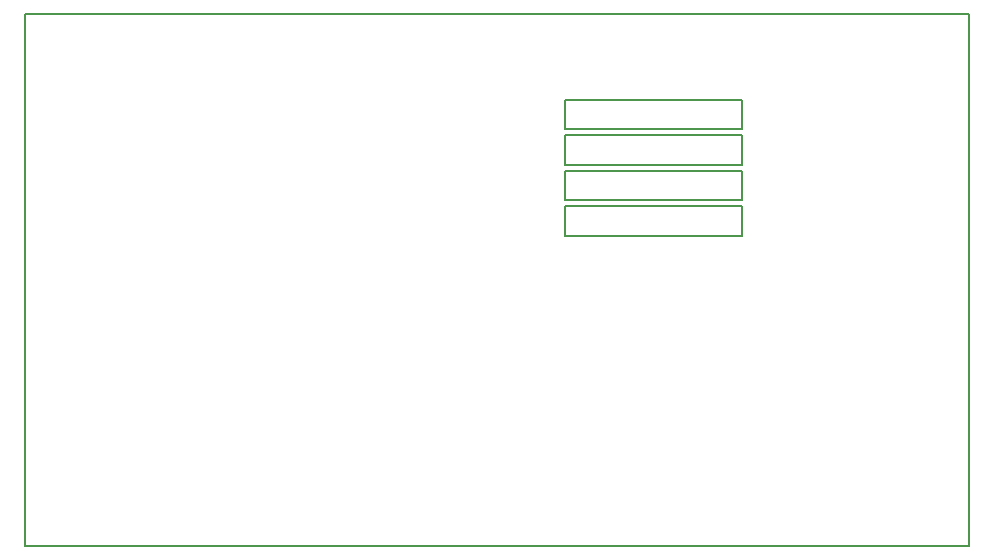
<source format=gbr>
%TF.GenerationSoftware,KiCad,Pcbnew,(5.1.6)-1*%
%TF.CreationDate,2020-07-26T11:23:49+05:30*%
%TF.ProjectId,KiCAD Demo- Buck-Boost Regulator,4b694341-4420-4446-956d-6f2d20427563,rev?*%
%TF.SameCoordinates,Original*%
%TF.FileFunction,OtherDrawing,Comment*%
%FSLAX46Y46*%
G04 Gerber Fmt 4.6, Leading zero omitted, Abs format (unit mm)*
G04 Created by KiCad (PCBNEW (5.1.6)-1) date 2020-07-26 11:23:49*
%MOMM*%
%LPD*%
G01*
G04 APERTURE LIST*
%ADD10C,0.150000*%
G04 APERTURE END LIST*
D10*
X90000000Y-60000000D02*
X95000000Y-60000000D01*
X90000000Y-105000000D02*
X90000000Y-60000000D01*
X170000000Y-105000000D02*
X90000000Y-105000000D01*
X170000000Y-60000000D02*
X170000000Y-105000000D01*
X95000000Y-60000000D02*
X170000000Y-60000000D01*
X135750000Y-76250000D02*
X150750000Y-76250000D01*
X150750000Y-78750000D02*
X135750000Y-78750000D01*
X150750000Y-76250000D02*
X150750000Y-78750000D01*
X135750000Y-76250000D02*
X135750000Y-78750000D01*
X135750000Y-73250000D02*
X150750000Y-73250000D01*
X150750000Y-75750000D02*
X135750000Y-75750000D01*
X150750000Y-73250000D02*
X150750000Y-75750000D01*
X135750000Y-73250000D02*
X135750000Y-75750000D01*
X135750000Y-70250000D02*
X150750000Y-70250000D01*
X150750000Y-72750000D02*
X135750000Y-72750000D01*
X150750000Y-70250000D02*
X150750000Y-72750000D01*
X135750000Y-70250000D02*
X135750000Y-72750000D01*
X135750000Y-67250000D02*
X135750000Y-69750000D01*
X150750000Y-67250000D02*
X150750000Y-69750000D01*
X150750000Y-69750000D02*
X135750000Y-69750000D01*
X135750000Y-67250000D02*
X150750000Y-67250000D01*
M02*

</source>
